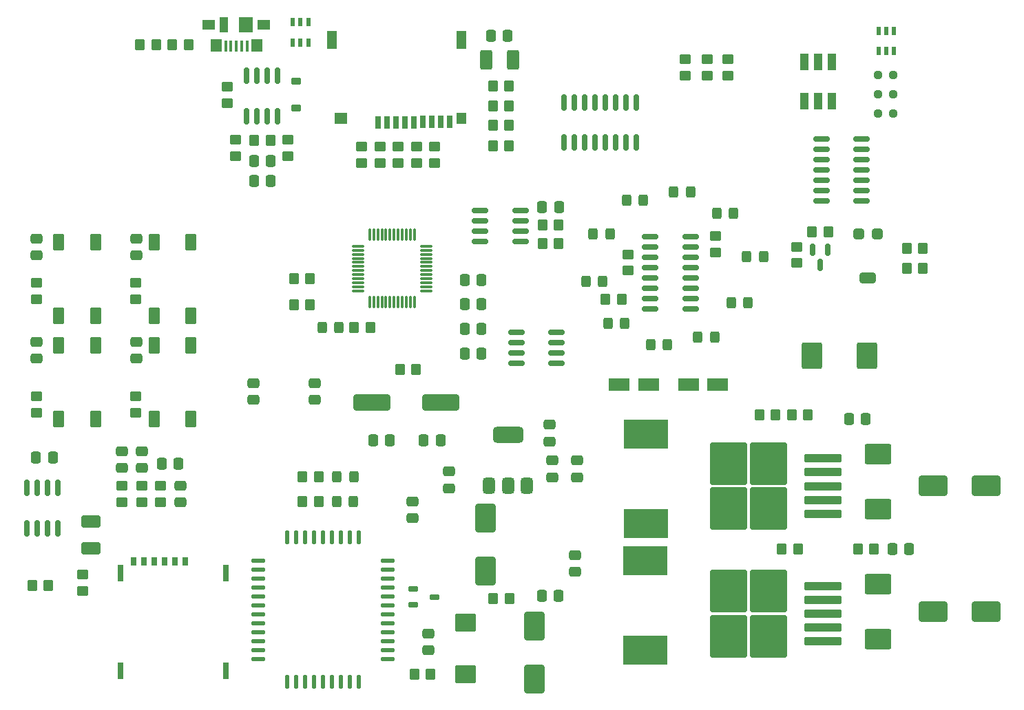
<source format=gbr>
%TF.GenerationSoftware,KiCad,Pcbnew,9.0.3*%
%TF.CreationDate,2025-07-30T09:19:55+03:00*%
%TF.ProjectId,KiCad Projeleri,4b694361-6420-4507-926f-6a656c657269,rev?*%
%TF.SameCoordinates,Original*%
%TF.FileFunction,Paste,Top*%
%TF.FilePolarity,Positive*%
%FSLAX46Y46*%
G04 Gerber Fmt 4.6, Leading zero omitted, Abs format (unit mm)*
G04 Created by KiCad (PCBNEW 9.0.3) date 2025-07-30 09:19:55*
%MOMM*%
%LPD*%
G01*
G04 APERTURE LIST*
G04 Aperture macros list*
%AMRoundRect*
0 Rectangle with rounded corners*
0 $1 Rounding radius*
0 $2 $3 $4 $5 $6 $7 $8 $9 X,Y pos of 4 corners*
0 Add a 4 corners polygon primitive as box body*
4,1,4,$2,$3,$4,$5,$6,$7,$8,$9,$2,$3,0*
0 Add four circle primitives for the rounded corners*
1,1,$1+$1,$2,$3*
1,1,$1+$1,$4,$5*
1,1,$1+$1,$6,$7*
1,1,$1+$1,$8,$9*
0 Add four rect primitives between the rounded corners*
20,1,$1+$1,$2,$3,$4,$5,0*
20,1,$1+$1,$4,$5,$6,$7,0*
20,1,$1+$1,$6,$7,$8,$9,0*
20,1,$1+$1,$8,$9,$2,$3,0*%
G04 Aperture macros list end*
%ADD10RoundRect,0.250000X0.350000X0.450000X-0.350000X0.450000X-0.350000X-0.450000X0.350000X-0.450000X0*%
%ADD11RoundRect,0.250000X-0.475000X0.337500X-0.475000X-0.337500X0.475000X-0.337500X0.475000X0.337500X0*%
%ADD12RoundRect,0.250000X0.475000X-0.337500X0.475000X0.337500X-0.475000X0.337500X-0.475000X-0.337500X0*%
%ADD13R,1.100000X2.000000*%
%ADD14RoundRect,0.250000X0.450000X-0.800000X0.450000X0.800000X-0.450000X0.800000X-0.450000X-0.800000X0*%
%ADD15RoundRect,0.250000X0.325000X0.450000X-0.325000X0.450000X-0.325000X-0.450000X0.325000X-0.450000X0*%
%ADD16R,0.600000X1.100000*%
%ADD17RoundRect,0.225000X0.375000X-0.225000X0.375000X0.225000X-0.375000X0.225000X-0.375000X-0.225000X0*%
%ADD18RoundRect,0.250000X-0.325000X-0.450000X0.325000X-0.450000X0.325000X0.450000X-0.325000X0.450000X0*%
%ADD19RoundRect,0.250000X-1.500000X-1.000000X1.500000X-1.000000X1.500000X1.000000X-1.500000X1.000000X0*%
%ADD20RoundRect,0.250000X-0.450000X0.350000X-0.450000X-0.350000X0.450000X-0.350000X0.450000X0.350000X0*%
%ADD21RoundRect,0.237500X-0.250000X-0.237500X0.250000X-0.237500X0.250000X0.237500X-0.250000X0.237500X0*%
%ADD22RoundRect,0.150000X-0.825000X-0.150000X0.825000X-0.150000X0.825000X0.150000X-0.825000X0.150000X0*%
%ADD23RoundRect,0.250000X-0.350000X-0.450000X0.350000X-0.450000X0.350000X0.450000X-0.350000X0.450000X0*%
%ADD24RoundRect,0.250000X0.450000X-0.350000X0.450000X0.350000X-0.450000X0.350000X-0.450000X-0.350000X0*%
%ADD25R,5.400000X3.600000*%
%ADD26RoundRect,0.250001X-1.044999X0.872499X-1.044999X-0.872499X1.044999X-0.872499X1.044999X0.872499X0*%
%ADD27RoundRect,0.250000X-1.000000X1.500000X-1.000000X-1.500000X1.000000X-1.500000X1.000000X1.500000X0*%
%ADD28RoundRect,0.250000X1.400000X1.000000X-1.400000X1.000000X-1.400000X-1.000000X1.400000X-1.000000X0*%
%ADD29O,1.800000X0.550000*%
%ADD30O,0.550000X1.800000*%
%ADD31RoundRect,0.250000X-0.337500X-0.475000X0.337500X-0.475000X0.337500X0.475000X-0.337500X0.475000X0*%
%ADD32RoundRect,0.250000X0.337500X0.475000X-0.337500X0.475000X-0.337500X-0.475000X0.337500X-0.475000X0*%
%ADD33RoundRect,0.150000X-0.150000X0.825000X-0.150000X-0.825000X0.150000X-0.825000X0.150000X0.825000X0*%
%ADD34RoundRect,0.150000X-0.850000X-0.150000X0.850000X-0.150000X0.850000X0.150000X-0.850000X0.150000X0*%
%ADD35RoundRect,0.250000X1.000000X-1.400000X1.000000X1.400000X-1.000000X1.400000X-1.000000X-1.400000X0*%
%ADD36RoundRect,0.250000X-0.400000X-0.400000X0.400000X-0.400000X0.400000X0.400000X-0.400000X0.400000X0*%
%ADD37RoundRect,0.250000X-0.750000X-0.400000X0.750000X-0.400000X0.750000X0.400000X-0.750000X0.400000X0*%
%ADD38RoundRect,0.075000X0.075000X-0.662500X0.075000X0.662500X-0.075000X0.662500X-0.075000X-0.662500X0*%
%ADD39RoundRect,0.075000X0.662500X-0.075000X0.662500X0.075000X-0.662500X0.075000X-0.662500X-0.075000X0*%
%ADD40RoundRect,0.375000X0.375000X-0.625000X0.375000X0.625000X-0.375000X0.625000X-0.375000X-0.625000X0*%
%ADD41RoundRect,0.500000X1.400000X-0.500000X1.400000X0.500000X-1.400000X0.500000X-1.400000X-0.500000X0*%
%ADD42RoundRect,0.250001X-0.507499X-0.944999X0.507499X-0.944999X0.507499X0.944999X-0.507499X0.944999X0*%
%ADD43RoundRect,0.162500X-0.447500X-0.162500X0.447500X-0.162500X0.447500X0.162500X-0.447500X0.162500X0*%
%ADD44RoundRect,0.250001X-0.944999X0.507499X-0.944999X-0.507499X0.944999X-0.507499X0.944999X0.507499X0*%
%ADD45RoundRect,0.150000X0.150000X-0.825000X0.150000X0.825000X-0.150000X0.825000X-0.150000X-0.825000X0*%
%ADD46RoundRect,0.250000X-1.050000X-0.550000X1.050000X-0.550000X1.050000X0.550000X-1.050000X0.550000X0*%
%ADD47RoundRect,0.250000X2.025000X2.375000X-2.025000X2.375000X-2.025000X-2.375000X2.025000X-2.375000X0*%
%ADD48RoundRect,0.250000X2.050000X0.300000X-2.050000X0.300000X-2.050000X-0.300000X2.050000X-0.300000X0*%
%ADD49RoundRect,0.250000X-2.000000X-0.750000X2.000000X-0.750000X2.000000X0.750000X-2.000000X0.750000X0*%
%ADD50R,0.800000X1.140000*%
%ADD51R,0.700000X2.100000*%
%ADD52R,0.450000X1.380000*%
%ADD53R,1.650000X1.300000*%
%ADD54R,1.425000X1.550000*%
%ADD55R,1.800000X1.900000*%
%ADD56R,1.000000X1.900000*%
%ADD57RoundRect,0.150000X-0.150000X0.587500X-0.150000X-0.587500X0.150000X-0.587500X0.150000X0.587500X0*%
%ADD58R,0.700000X1.600000*%
%ADD59R,1.200000X1.400000*%
%ADD60R,1.200000X2.200000*%
%ADD61R,1.600000X1.400000*%
G04 APERTURE END LIST*
D10*
%TO.C,R5*%
X148000000Y-101000000D03*
X146000000Y-101000000D03*
%TD*%
D11*
%TO.C,C24*%
X113555000Y-84887500D03*
X113555000Y-86962500D03*
%TD*%
D12*
%TO.C,C26*%
X113555000Y-99662500D03*
X113555000Y-97587500D03*
%TD*%
D13*
%TO.C,D6*%
X195730000Y-67970000D03*
X197430000Y-67970000D03*
X199130000Y-67970000D03*
X199130000Y-63170000D03*
X197430000Y-63170000D03*
X195730000Y-63170000D03*
%TD*%
D14*
%TO.C,SW3*%
X115805000Y-107145000D03*
X115805000Y-98045000D03*
X120305000Y-107145000D03*
X120305000Y-98045000D03*
%TD*%
D15*
%TO.C,D8*%
X140275000Y-117250000D03*
X138225000Y-117250000D03*
%TD*%
D16*
%TO.C,U7*%
X204815200Y-61820800D03*
X205765200Y-61820800D03*
X206715200Y-61820800D03*
X206715200Y-59320800D03*
X205765200Y-59320800D03*
X204815200Y-59320800D03*
%TD*%
D17*
%TO.C,D4*%
X133250000Y-68800000D03*
X133250000Y-65500000D03*
%TD*%
D18*
%TO.C,D10*%
X173871443Y-80160503D03*
X175921443Y-80160503D03*
%TD*%
D19*
%TO.C,C1*%
X211525000Y-130845000D03*
X218025000Y-130845000D03*
%TD*%
D20*
%TO.C,R30*%
X132250000Y-72750000D03*
X132250000Y-74750000D03*
%TD*%
D10*
%TO.C,R6*%
X134950000Y-89845000D03*
X132950000Y-89845000D03*
%TD*%
D21*
%TO.C,F3*%
X204811700Y-64770800D03*
X206636700Y-64770800D03*
%TD*%
D22*
%TO.C,U6*%
X197800000Y-72650000D03*
X197800000Y-73920000D03*
X197800000Y-75190000D03*
X197800000Y-76460000D03*
X197800000Y-77730000D03*
X197800000Y-79000000D03*
X197800000Y-80270000D03*
X202750000Y-80270000D03*
X202750000Y-79000000D03*
X202750000Y-77730000D03*
X202750000Y-76460000D03*
X202750000Y-75190000D03*
X202750000Y-73920000D03*
X202750000Y-72650000D03*
%TD*%
D23*
%TO.C,R25*%
X157419663Y-71000000D03*
X159419663Y-71000000D03*
%TD*%
D10*
%TO.C,R27*%
X116025000Y-61095000D03*
X114025000Y-61095000D03*
%TD*%
D24*
%TO.C,R29*%
X125750000Y-74750000D03*
X125750000Y-72750000D03*
%TD*%
D19*
%TO.C,C5*%
X211525000Y-115345000D03*
X218025000Y-115345000D03*
%TD*%
D20*
%TO.C,R9*%
X107000000Y-126250000D03*
X107000000Y-128250000D03*
%TD*%
D10*
%TO.C,RJ2*%
X210284800Y-86095000D03*
X208284800Y-86095000D03*
%TD*%
D23*
%TO.C,R1*%
X192925000Y-123095000D03*
X194925000Y-123095000D03*
%TD*%
D14*
%TO.C,SW2*%
X104055000Y-94445000D03*
X104055000Y-85345000D03*
X108555000Y-94445000D03*
X108555000Y-85345000D03*
%TD*%
D12*
%TO.C,C25*%
X101275000Y-86962500D03*
X101275000Y-84887500D03*
%TD*%
D18*
%TO.C,D16*%
X186750000Y-92845000D03*
X188800000Y-92845000D03*
%TD*%
D24*
%TO.C,R20*%
X148025000Y-75595000D03*
X148025000Y-73595000D03*
%TD*%
%TO.C,R39*%
X114275000Y-117345000D03*
X114275000Y-115345000D03*
%TD*%
D25*
%TO.C,L1*%
X176175000Y-135570000D03*
X176175000Y-124570000D03*
%TD*%
D26*
%TO.C,C34*%
X154025000Y-132137500D03*
X154025000Y-138552500D03*
%TD*%
D27*
%TO.C,C3*%
X162525000Y-132595000D03*
X162525000Y-139095000D03*
%TD*%
D28*
%TO.C,D2*%
X204775000Y-134245000D03*
X204775000Y-127445000D03*
%TD*%
D29*
%TO.C,U13*%
X128575000Y-124545000D03*
X128575000Y-125645000D03*
X128575000Y-126745000D03*
X128575000Y-127845000D03*
X128575000Y-128945000D03*
X128575000Y-130045000D03*
X128575000Y-131145000D03*
X128575000Y-132245000D03*
X128575000Y-133345000D03*
X128575000Y-134445000D03*
X128575000Y-135545000D03*
X128575000Y-136645000D03*
D30*
X132125000Y-121695000D03*
X132125000Y-139495000D03*
X133225000Y-121695000D03*
X133225000Y-139495000D03*
X134325000Y-121695000D03*
X134325000Y-139495000D03*
X135425000Y-121695000D03*
X135425000Y-139495000D03*
X136525000Y-121695000D03*
X136525000Y-139495000D03*
X137625000Y-121695000D03*
X137625000Y-139495000D03*
X138725000Y-121695000D03*
X138725000Y-139495000D03*
X139825000Y-121695000D03*
X139825000Y-139495000D03*
X140925000Y-121695000D03*
X140925000Y-139495000D03*
D29*
X144475000Y-124545000D03*
X144475000Y-125645000D03*
X144475000Y-126745000D03*
X144475000Y-127845000D03*
X144475000Y-128945000D03*
X144475000Y-130045000D03*
X144475000Y-131145000D03*
X144475000Y-132245000D03*
X144475000Y-133345000D03*
X144475000Y-134445000D03*
X144475000Y-135545000D03*
X144475000Y-136645000D03*
%TD*%
D22*
%TO.C,U14*%
X160300000Y-96440000D03*
X160300000Y-97710000D03*
X160300000Y-98980000D03*
X160300000Y-100250000D03*
X165250000Y-100250000D03*
X165250000Y-98980000D03*
X165250000Y-97710000D03*
X165250000Y-96440000D03*
%TD*%
D31*
%TO.C,C17*%
X148925000Y-109750000D03*
X151000000Y-109750000D03*
%TD*%
D18*
%TO.C,D5*%
X136420000Y-95845000D03*
X138470000Y-95845000D03*
%TD*%
D23*
%TO.C,R24*%
X157419663Y-68589111D03*
X159419663Y-68589111D03*
%TD*%
%TO.C,R2*%
X202275000Y-123095000D03*
X204275000Y-123095000D03*
%TD*%
D18*
%TO.C,D15*%
X182628557Y-97029497D03*
X184678557Y-97029497D03*
%TD*%
D31*
%TO.C,C13*%
X153962500Y-90000000D03*
X156037500Y-90000000D03*
%TD*%
%TO.C,C30*%
X128025000Y-75345000D03*
X130100000Y-75345000D03*
%TD*%
D23*
%TO.C,R4*%
X194175000Y-106595000D03*
X196175000Y-106595000D03*
%TD*%
D32*
%TO.C,C23*%
X165537500Y-81000000D03*
X163462500Y-81000000D03*
%TD*%
D33*
%TO.C,U11*%
X130930000Y-64870000D03*
X129660000Y-64870000D03*
X128390000Y-64870000D03*
X127120000Y-64870000D03*
X127120000Y-69820000D03*
X128390000Y-69820000D03*
X129660000Y-69820000D03*
X130930000Y-69820000D03*
%TD*%
D34*
%TO.C,U15*%
X176775000Y-84650000D03*
X176775000Y-85920000D03*
X176775000Y-87190000D03*
X176775000Y-88460000D03*
X176775000Y-89730000D03*
X176775000Y-91000000D03*
X176775000Y-92270000D03*
X176775000Y-93540000D03*
X181775000Y-93540000D03*
X181775000Y-92270000D03*
X181775000Y-91000000D03*
X181775000Y-89730000D03*
X181775000Y-88460000D03*
X181775000Y-87190000D03*
X181775000Y-85920000D03*
X181775000Y-84650000D03*
%TD*%
D35*
%TO.C,D1*%
X196625000Y-99345000D03*
X203425000Y-99345000D03*
%TD*%
D24*
%TO.C,R37*%
X116525000Y-117345000D03*
X116525000Y-115345000D03*
%TD*%
D23*
%TO.C,R28*%
X128062500Y-72845000D03*
X130062500Y-72845000D03*
%TD*%
D33*
%TO.C,U5*%
X103930000Y-115620000D03*
X102660000Y-115620000D03*
X101390000Y-115620000D03*
X100120000Y-115620000D03*
X100120000Y-120570000D03*
X101390000Y-120570000D03*
X102660000Y-120570000D03*
X103930000Y-120570000D03*
%TD*%
D20*
%TO.C,R34*%
X186275000Y-62845000D03*
X186275000Y-64845000D03*
%TD*%
D32*
%TO.C,C2*%
X208587500Y-123095000D03*
X206512500Y-123095000D03*
%TD*%
D23*
%TO.C,R3*%
X190175000Y-106595000D03*
X192175000Y-106595000D03*
%TD*%
D14*
%TO.C,SW4*%
X104055000Y-107145000D03*
X104055000Y-98045000D03*
X108555000Y-107145000D03*
X108555000Y-98045000D03*
%TD*%
D12*
%TO.C,C10*%
X167760000Y-114287500D03*
X167760000Y-112212500D03*
%TD*%
D36*
%TO.C,RV1*%
X204684800Y-84295000D03*
D37*
X203534800Y-89795000D03*
D36*
X202384800Y-84295000D03*
%TD*%
D23*
%TO.C,R26*%
X118025000Y-61095000D03*
X120025000Y-61095000D03*
%TD*%
D18*
%TO.C,D14*%
X176834654Y-97992303D03*
X178884654Y-97992303D03*
%TD*%
D24*
%TO.C,R38*%
X111775000Y-117345000D03*
X111775000Y-115345000D03*
%TD*%
D38*
%TO.C,U1*%
X142275000Y-92757500D03*
X142775000Y-92757500D03*
X143275000Y-92757500D03*
X143775000Y-92757500D03*
X144275000Y-92757500D03*
X144775000Y-92757500D03*
X145275000Y-92757500D03*
X145775000Y-92757500D03*
X146275000Y-92757500D03*
X146775000Y-92757500D03*
X147275000Y-92757500D03*
X147775000Y-92757500D03*
D39*
X149187500Y-91345000D03*
X149187500Y-90845000D03*
X149187500Y-90345000D03*
X149187500Y-89845000D03*
X149187500Y-89345000D03*
X149187500Y-88845000D03*
X149187500Y-88345000D03*
X149187500Y-87845000D03*
X149187500Y-87345000D03*
X149187500Y-86845000D03*
X149187500Y-86345000D03*
X149187500Y-85845000D03*
D38*
X147775000Y-84432500D03*
X147275000Y-84432500D03*
X146775000Y-84432500D03*
X146275000Y-84432500D03*
X145775000Y-84432500D03*
X145275000Y-84432500D03*
X144775000Y-84432500D03*
X144275000Y-84432500D03*
X143775000Y-84432500D03*
X143275000Y-84432500D03*
X142775000Y-84432500D03*
X142275000Y-84432500D03*
D39*
X140862500Y-85845000D03*
X140862500Y-86345000D03*
X140862500Y-86845000D03*
X140862500Y-87345000D03*
X140862500Y-87845000D03*
X140862500Y-88345000D03*
X140862500Y-88845000D03*
X140862500Y-89345000D03*
X140862500Y-89845000D03*
X140862500Y-90345000D03*
X140862500Y-90845000D03*
X140862500Y-91345000D03*
%TD*%
D14*
%TO.C,SW1*%
X115805000Y-94445000D03*
X115805000Y-85345000D03*
X120305000Y-94445000D03*
X120305000Y-85345000D03*
%TD*%
D23*
%TO.C,R36*%
X134000000Y-117250000D03*
X136000000Y-117250000D03*
%TD*%
D40*
%TO.C,U3*%
X156975000Y-115345000D03*
X159275000Y-115345000D03*
D41*
X159275000Y-109045000D03*
D40*
X161575000Y-115345000D03*
%TD*%
D32*
%TO.C,C18*%
X144750000Y-109750000D03*
X142675000Y-109750000D03*
%TD*%
D42*
%TO.C,C28*%
X156613750Y-62952999D03*
X159868750Y-62952999D03*
%TD*%
D20*
%TO.C,R46*%
X174025000Y-86845000D03*
X174025000Y-88845000D03*
%TD*%
D11*
%TO.C,C11*%
X164425000Y-107795000D03*
X164425000Y-109870000D03*
%TD*%
D24*
%TO.C,R21*%
X150275000Y-75595000D03*
X150275000Y-73595000D03*
%TD*%
D20*
%TO.C,R32*%
X181025000Y-62845000D03*
X181025000Y-64845000D03*
%TD*%
D18*
%TO.C,D11*%
X169750000Y-84345000D03*
X171800000Y-84345000D03*
%TD*%
D31*
%TO.C,C14*%
X153962500Y-93010000D03*
X156037500Y-93010000D03*
%TD*%
D12*
%TO.C,C20*%
X128000000Y-104750000D03*
X128000000Y-102675000D03*
%TD*%
D23*
%TO.C,R40*%
X157470000Y-129240000D03*
X159470000Y-129240000D03*
%TD*%
D24*
%TO.C,R17*%
X141275000Y-75595000D03*
X141275000Y-73595000D03*
%TD*%
D25*
%TO.C,L2*%
X176250000Y-120000000D03*
X176250000Y-109000000D03*
%TD*%
D18*
%TO.C,D19*%
X179665346Y-79197697D03*
X181715346Y-79197697D03*
%TD*%
D12*
%TO.C,C38*%
X114275000Y-113132500D03*
X114275000Y-111057500D03*
%TD*%
D31*
%TO.C,C16*%
X153962500Y-99030000D03*
X156037500Y-99030000D03*
%TD*%
D43*
%TO.C,Q1*%
X147630000Y-128050000D03*
X147630000Y-129950000D03*
X150250000Y-129000000D03*
%TD*%
D12*
%TO.C,C9*%
X164750000Y-114287500D03*
X164750000Y-112212500D03*
%TD*%
D23*
%TO.C,R22*%
X157419663Y-66133666D03*
X159419663Y-66133666D03*
%TD*%
D44*
%TO.C,C21*%
X108000000Y-119745000D03*
X108000000Y-123000000D03*
%TD*%
D12*
%TO.C,C27*%
X101275000Y-99662500D03*
X101275000Y-97587500D03*
%TD*%
D24*
%TO.C,R15*%
X113525000Y-106345000D03*
X113525000Y-104345000D03*
%TD*%
D10*
%TO.C,R35*%
X136025000Y-114250000D03*
X134025000Y-114250000D03*
%TD*%
D31*
%TO.C,C22*%
X101237500Y-111845000D03*
X103312500Y-111845000D03*
%TD*%
D12*
%TO.C,C19*%
X135500000Y-104750000D03*
X135500000Y-102675000D03*
%TD*%
D10*
%TO.C,R10*%
X102775000Y-127595000D03*
X100775000Y-127595000D03*
%TD*%
D15*
%TO.C,D7*%
X140300000Y-114250000D03*
X138250000Y-114250000D03*
%TD*%
D18*
%TO.C,D18*%
X184918635Y-81824342D03*
X186968635Y-81824342D03*
%TD*%
D45*
%TO.C,U12*%
X166175000Y-73095000D03*
X167445000Y-73095000D03*
X168715000Y-73095000D03*
X169985000Y-73095000D03*
X171255000Y-73095000D03*
X172525000Y-73095000D03*
X173795000Y-73095000D03*
X175065000Y-73095000D03*
X175065000Y-68145000D03*
X173795000Y-68145000D03*
X172525000Y-68145000D03*
X171255000Y-68145000D03*
X169985000Y-68145000D03*
X168715000Y-68145000D03*
X167445000Y-68145000D03*
X166175000Y-68145000D03*
%TD*%
D24*
%TO.C,R18*%
X143525000Y-75595000D03*
X143525000Y-73595000D03*
%TD*%
%TO.C,R47*%
X194780000Y-87920000D03*
X194780000Y-85920000D03*
%TD*%
D32*
%TO.C,C6*%
X203275000Y-107095000D03*
X201200000Y-107095000D03*
%TD*%
D23*
%TO.C,R23*%
X157419663Y-73500000D03*
X159419663Y-73500000D03*
%TD*%
D21*
%TO.C,F2*%
X204811700Y-67145800D03*
X206636700Y-67145800D03*
%TD*%
D46*
%TO.C,C40*%
X172975000Y-102900000D03*
X176575000Y-102900000D03*
%TD*%
D27*
%TO.C,C7*%
X156500000Y-119345000D03*
X156500000Y-125845000D03*
%TD*%
D24*
%TO.C,R19*%
X145775000Y-75595000D03*
X145775000Y-73595000D03*
%TD*%
D12*
%TO.C,C32*%
X167525000Y-125920000D03*
X167525000Y-123845000D03*
%TD*%
D47*
%TO.C,U4*%
X191275000Y-133845000D03*
X191275000Y-128295000D03*
X186425000Y-133845000D03*
X186425000Y-128295000D03*
D48*
X198000000Y-134470000D03*
X198000000Y-132770000D03*
X198000000Y-131070000D03*
X198000000Y-129370000D03*
X198000000Y-127670000D03*
%TD*%
D31*
%TO.C,C15*%
X153962500Y-96020000D03*
X156037500Y-96020000D03*
%TD*%
D49*
%TO.C,Y1*%
X142525000Y-105095000D03*
X151025000Y-105095000D03*
%TD*%
D11*
%TO.C,C8*%
X147525000Y-117270000D03*
X147525000Y-119345000D03*
%TD*%
D23*
%TO.C,R7*%
X132950000Y-93095000D03*
X134950000Y-93095000D03*
%TD*%
D12*
%TO.C,C37*%
X111775000Y-113132500D03*
X111775000Y-111057500D03*
%TD*%
D11*
%TO.C,C33*%
X149462500Y-133515000D03*
X149462500Y-135590000D03*
%TD*%
D18*
%TO.C,D17*%
X188624732Y-87092148D03*
X190674732Y-87092148D03*
%TD*%
D23*
%TO.C,R41*%
X147750000Y-138500000D03*
X149750000Y-138500000D03*
%TD*%
D18*
%TO.C,D13*%
X171581365Y-95365658D03*
X173631365Y-95365658D03*
%TD*%
D31*
%TO.C,C29*%
X157183750Y-59952999D03*
X159258750Y-59952999D03*
%TD*%
D50*
%TO.C,J12*%
X118360000Y-124620000D03*
X115820000Y-124620000D03*
X113280000Y-124620000D03*
D51*
X111610000Y-126100000D03*
X111610000Y-138100000D03*
D50*
X119630000Y-124620000D03*
D51*
X124610000Y-126100000D03*
X124610000Y-138100000D03*
D50*
X117090000Y-124620000D03*
X114550000Y-124620000D03*
%TD*%
D20*
%TO.C,R31*%
X124750000Y-66250000D03*
X124750000Y-68250000D03*
%TD*%
D52*
%TO.C,J2*%
X127175000Y-61255000D03*
X126525000Y-61255000D03*
X125875000Y-61255000D03*
X125225000Y-61255000D03*
X124575000Y-61255000D03*
D53*
X129250000Y-58595000D03*
D54*
X128362500Y-61170000D03*
D55*
X127025000Y-58595000D03*
D56*
X124325000Y-58595000D03*
D54*
X123387500Y-61170000D03*
D53*
X122500000Y-58595000D03*
%TD*%
D47*
%TO.C,U2*%
X191275000Y-118145000D03*
X191275000Y-112595000D03*
X186425000Y-118145000D03*
X186425000Y-112595000D03*
D48*
X198000000Y-118770000D03*
X198000000Y-117070000D03*
X198000000Y-115370000D03*
X198000000Y-113670000D03*
X198000000Y-111970000D03*
%TD*%
D28*
%TO.C,D3*%
X204775000Y-118245000D03*
X204775000Y-111445000D03*
%TD*%
D10*
%TO.C,R8*%
X142362500Y-95845000D03*
X140362500Y-95845000D03*
%TD*%
D24*
%TO.C,R16*%
X101305000Y-106345000D03*
X101305000Y-104345000D03*
%TD*%
D18*
%TO.C,D12*%
X168875268Y-90152852D03*
X170925268Y-90152852D03*
%TD*%
D23*
%TO.C,R42*%
X196660000Y-84080000D03*
X198660000Y-84080000D03*
%TD*%
D10*
%TO.C,R44*%
X173275000Y-92345000D03*
X171275000Y-92345000D03*
%TD*%
D16*
%TO.C,U10*%
X134709800Y-58274200D03*
X133759800Y-58274200D03*
X132809800Y-58274200D03*
X132809800Y-60774200D03*
X133759800Y-60774200D03*
X134709800Y-60774200D03*
%TD*%
D20*
%TO.C,R13*%
X113525000Y-90345000D03*
X113525000Y-92345000D03*
%TD*%
D22*
%TO.C,U8*%
X155837500Y-81440000D03*
X155837500Y-82710000D03*
X155837500Y-83980000D03*
X155837500Y-85250000D03*
X160787500Y-85250000D03*
X160787500Y-83980000D03*
X160787500Y-82710000D03*
X160787500Y-81440000D03*
%TD*%
D46*
%TO.C,C39*%
X181475000Y-102900000D03*
X185075000Y-102900000D03*
%TD*%
D24*
%TO.C,R14*%
X101305000Y-92345000D03*
X101305000Y-90345000D03*
%TD*%
D20*
%TO.C,R33*%
X183775000Y-62845000D03*
X183775000Y-64845000D03*
%TD*%
D21*
%TO.C,F1*%
X204811700Y-69500000D03*
X206636700Y-69500000D03*
%TD*%
D31*
%TO.C,C36*%
X116700000Y-112595000D03*
X118775000Y-112595000D03*
%TD*%
D10*
%TO.C,R11*%
X165500000Y-85500000D03*
X163500000Y-85500000D03*
%TD*%
%TO.C,R12*%
X165500000Y-83250000D03*
X163500000Y-83250000D03*
%TD*%
D31*
%TO.C,C4*%
X163450000Y-128845000D03*
X165525000Y-128845000D03*
%TD*%
D57*
%TO.C,Q2*%
X198630000Y-86265000D03*
X196730000Y-86265000D03*
X197680000Y-88140000D03*
%TD*%
D20*
%TO.C,R43*%
X184775000Y-84595000D03*
X184775000Y-86595000D03*
%TD*%
D12*
%TO.C,C35*%
X119025000Y-117382500D03*
X119025000Y-115307500D03*
%TD*%
D23*
%TO.C,RJ1*%
X208284800Y-88545000D03*
X210284800Y-88545000D03*
%TD*%
D11*
%TO.C,C12*%
X152025000Y-113557500D03*
X152025000Y-115632500D03*
%TD*%
D58*
%TO.C,U9*%
X143325000Y-70595000D03*
X144425000Y-70595000D03*
X145525000Y-70595000D03*
X146625000Y-70595000D03*
X147725000Y-70595000D03*
X148825000Y-70552200D03*
X149925000Y-70552200D03*
X151025000Y-70552200D03*
X152125000Y-70552200D03*
D59*
X153525000Y-70095000D03*
D60*
X137625000Y-60495000D03*
D61*
X138725000Y-70095000D03*
D60*
X153525000Y-60495000D03*
%TD*%
D31*
%TO.C,C31*%
X128025000Y-77845000D03*
X130100000Y-77845000D03*
%TD*%
M02*

</source>
